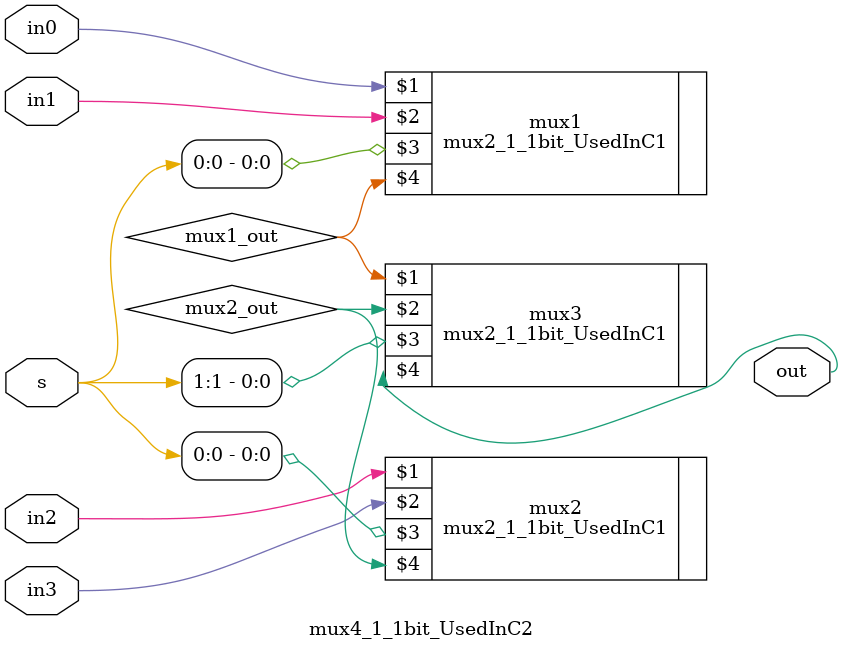
<source format=v>
module mux4_1_1bit_UsedInC2(in0,in1,in2,in3,s,out);
input in0,in1,in2,in3;
input [1:0] s;
output out;
wire mux1_out,mux2_out;
mux2_1_1bit_UsedInC1 mux1(in0,in1,s[0],mux1_out);
mux2_1_1bit_UsedInC1 mux2(in2,in3,s[0],mux2_out);
mux2_1_1bit_UsedInC1 mux3(mux1_out,mux2_out,s[1],out);
endmodule
</source>
